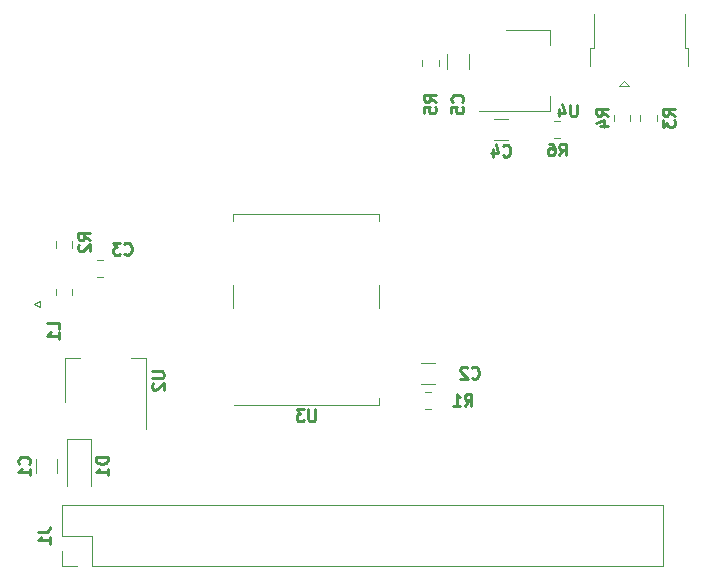
<source format=gbr>
G04 #@! TF.GenerationSoftware,KiCad,Pcbnew,5.1.5*
G04 #@! TF.CreationDate,2020-03-05T23:31:40-08:00*
G04 #@! TF.ProjectId,orangepi-neo-gps,6f72616e-6765-4706-992d-6e656f2d6770,rev?*
G04 #@! TF.SameCoordinates,Original*
G04 #@! TF.FileFunction,Legend,Bot*
G04 #@! TF.FilePolarity,Positive*
%FSLAX46Y46*%
G04 Gerber Fmt 4.6, Leading zero omitted, Abs format (unit mm)*
G04 Created by KiCad (PCBNEW 5.1.5) date 2020-03-05 23:31:40*
%MOMM*%
%LPD*%
G04 APERTURE LIST*
%ADD10C,0.120000*%
%ADD11C,0.250000*%
G04 APERTURE END LIST*
D10*
X31840000Y-62647936D02*
X31840000Y-63852064D01*
X33660000Y-62647936D02*
X33660000Y-63852064D01*
X64497936Y-54490000D02*
X65702064Y-54490000D01*
X64497936Y-56310000D02*
X65702064Y-56310000D01*
X37038748Y-47210000D02*
X37561252Y-47210000D01*
X37038748Y-45790000D02*
X37561252Y-45790000D01*
X71852064Y-33840000D02*
X70647936Y-33840000D01*
X71852064Y-35660000D02*
X70647936Y-35660000D01*
X68510000Y-28397936D02*
X68510000Y-29602064D01*
X66690000Y-28397936D02*
X66690000Y-29602064D01*
X34500000Y-61000000D02*
X36500000Y-61000000D01*
X36500000Y-61000000D02*
X36500000Y-64900000D01*
X34500000Y-61000000D02*
X34500000Y-64900000D01*
X34045000Y-66552000D02*
X34045000Y-69152000D01*
X34045000Y-66552000D02*
X84965000Y-66552000D01*
X84965000Y-66552000D02*
X84965000Y-71752000D01*
X36645000Y-71752000D02*
X84965000Y-71752000D01*
X36645000Y-69152000D02*
X36645000Y-71752000D01*
X34045000Y-69152000D02*
X36645000Y-69152000D01*
X34045000Y-71752000D02*
X35375000Y-71752000D01*
X34045000Y-70422000D02*
X34045000Y-71752000D01*
X78825000Y-27815000D02*
X78825000Y-29365000D01*
X78825000Y-27815000D02*
X79125000Y-27815000D01*
X79125000Y-25015000D02*
X79125000Y-27815000D01*
X87125000Y-27815000D02*
X87125000Y-29365000D01*
X86825000Y-27815000D02*
X87125000Y-27815000D01*
X86825000Y-25015000D02*
X86825000Y-27815000D01*
X82075000Y-31065000D02*
X81675000Y-30615000D01*
X81275000Y-31065000D02*
X82075000Y-31065000D01*
X81675000Y-30615000D02*
X81275000Y-31065000D01*
X32250000Y-49250000D02*
X31750000Y-49500000D01*
X32250000Y-49750000D02*
X32250000Y-49250000D01*
X31750000Y-49500000D02*
X32250000Y-49750000D01*
X33540000Y-48238748D02*
X33540000Y-48761252D01*
X34960000Y-48238748D02*
X34960000Y-48761252D01*
X65361252Y-58410000D02*
X64838748Y-58410000D01*
X65361252Y-56990000D02*
X64838748Y-56990000D01*
X33540000Y-44238748D02*
X33540000Y-44761252D01*
X34960000Y-44238748D02*
X34960000Y-44761252D01*
X83040000Y-33488748D02*
X83040000Y-34011252D01*
X84460000Y-33488748D02*
X84460000Y-34011252D01*
X82210000Y-33488748D02*
X82210000Y-34011252D01*
X80790000Y-33488748D02*
X80790000Y-34011252D01*
X66010000Y-28838748D02*
X66010000Y-29361252D01*
X64590000Y-28838748D02*
X64590000Y-29361252D01*
X76261252Y-34040000D02*
X75738748Y-34040000D01*
X76261252Y-35460000D02*
X75738748Y-35460000D01*
X41160000Y-60100000D02*
X41160000Y-54090000D01*
X34340000Y-57850000D02*
X34340000Y-54090000D01*
X41160000Y-54090000D02*
X39900000Y-54090000D01*
X34340000Y-54090000D02*
X35600000Y-54090000D01*
X48540000Y-49900000D02*
X48540000Y-47900000D01*
X60960000Y-49900000D02*
X60960000Y-47900000D01*
X48540000Y-41890000D02*
X60960000Y-41890000D01*
X48650000Y-58110000D02*
X60960000Y-58110000D01*
X48540000Y-42500000D02*
X48540000Y-41890000D01*
X60960000Y-58110000D02*
X60960000Y-57500000D01*
X60960000Y-42500000D02*
X60960000Y-41900000D01*
X75410000Y-26340000D02*
X75410000Y-27600000D01*
X75410000Y-33160000D02*
X75410000Y-31900000D01*
X71650000Y-26340000D02*
X75410000Y-26340000D01*
X69400000Y-33160000D02*
X75410000Y-33160000D01*
D11*
X31287142Y-63083333D02*
X31334761Y-63035714D01*
X31382380Y-62892857D01*
X31382380Y-62797619D01*
X31334761Y-62654761D01*
X31239523Y-62559523D01*
X31144285Y-62511904D01*
X30953809Y-62464285D01*
X30810952Y-62464285D01*
X30620476Y-62511904D01*
X30525238Y-62559523D01*
X30430000Y-62654761D01*
X30382380Y-62797619D01*
X30382380Y-62892857D01*
X30430000Y-63035714D01*
X30477619Y-63083333D01*
X31382380Y-64035714D02*
X31382380Y-63464285D01*
X31382380Y-63750000D02*
X30382380Y-63750000D01*
X30525238Y-63654761D01*
X30620476Y-63559523D01*
X30668095Y-63464285D01*
X68766666Y-55757142D02*
X68814285Y-55804761D01*
X68957142Y-55852380D01*
X69052380Y-55852380D01*
X69195238Y-55804761D01*
X69290476Y-55709523D01*
X69338095Y-55614285D01*
X69385714Y-55423809D01*
X69385714Y-55280952D01*
X69338095Y-55090476D01*
X69290476Y-54995238D01*
X69195238Y-54900000D01*
X69052380Y-54852380D01*
X68957142Y-54852380D01*
X68814285Y-54900000D01*
X68766666Y-54947619D01*
X68385714Y-54947619D02*
X68338095Y-54900000D01*
X68242857Y-54852380D01*
X68004761Y-54852380D01*
X67909523Y-54900000D01*
X67861904Y-54947619D01*
X67814285Y-55042857D01*
X67814285Y-55138095D01*
X67861904Y-55280952D01*
X68433333Y-55852380D01*
X67814285Y-55852380D01*
X39366666Y-45257142D02*
X39414285Y-45304761D01*
X39557142Y-45352380D01*
X39652380Y-45352380D01*
X39795238Y-45304761D01*
X39890476Y-45209523D01*
X39938095Y-45114285D01*
X39985714Y-44923809D01*
X39985714Y-44780952D01*
X39938095Y-44590476D01*
X39890476Y-44495238D01*
X39795238Y-44400000D01*
X39652380Y-44352380D01*
X39557142Y-44352380D01*
X39414285Y-44400000D01*
X39366666Y-44447619D01*
X39033333Y-44352380D02*
X38414285Y-44352380D01*
X38747619Y-44733333D01*
X38604761Y-44733333D01*
X38509523Y-44780952D01*
X38461904Y-44828571D01*
X38414285Y-44923809D01*
X38414285Y-45161904D01*
X38461904Y-45257142D01*
X38509523Y-45304761D01*
X38604761Y-45352380D01*
X38890476Y-45352380D01*
X38985714Y-45304761D01*
X39033333Y-45257142D01*
X71416666Y-36957142D02*
X71464285Y-37004761D01*
X71607142Y-37052380D01*
X71702380Y-37052380D01*
X71845238Y-37004761D01*
X71940476Y-36909523D01*
X71988095Y-36814285D01*
X72035714Y-36623809D01*
X72035714Y-36480952D01*
X71988095Y-36290476D01*
X71940476Y-36195238D01*
X71845238Y-36100000D01*
X71702380Y-36052380D01*
X71607142Y-36052380D01*
X71464285Y-36100000D01*
X71416666Y-36147619D01*
X70559523Y-36385714D02*
X70559523Y-37052380D01*
X70797619Y-36004761D02*
X71035714Y-36719047D01*
X70416666Y-36719047D01*
X67957142Y-32433333D02*
X68004761Y-32385714D01*
X68052380Y-32242857D01*
X68052380Y-32147619D01*
X68004761Y-32004761D01*
X67909523Y-31909523D01*
X67814285Y-31861904D01*
X67623809Y-31814285D01*
X67480952Y-31814285D01*
X67290476Y-31861904D01*
X67195238Y-31909523D01*
X67100000Y-32004761D01*
X67052380Y-32147619D01*
X67052380Y-32242857D01*
X67100000Y-32385714D01*
X67147619Y-32433333D01*
X67052380Y-33338095D02*
X67052380Y-32861904D01*
X67528571Y-32814285D01*
X67480952Y-32861904D01*
X67433333Y-32957142D01*
X67433333Y-33195238D01*
X67480952Y-33290476D01*
X67528571Y-33338095D01*
X67623809Y-33385714D01*
X67861904Y-33385714D01*
X67957142Y-33338095D01*
X68004761Y-33290476D01*
X68052380Y-33195238D01*
X68052380Y-32957142D01*
X68004761Y-32861904D01*
X67957142Y-32814285D01*
X37952380Y-62511904D02*
X36952380Y-62511904D01*
X36952380Y-62750000D01*
X37000000Y-62892857D01*
X37095238Y-62988095D01*
X37190476Y-63035714D01*
X37380952Y-63083333D01*
X37523809Y-63083333D01*
X37714285Y-63035714D01*
X37809523Y-62988095D01*
X37904761Y-62892857D01*
X37952380Y-62750000D01*
X37952380Y-62511904D01*
X37952380Y-64035714D02*
X37952380Y-63464285D01*
X37952380Y-63750000D02*
X36952380Y-63750000D01*
X37095238Y-63654761D01*
X37190476Y-63559523D01*
X37238095Y-63464285D01*
X32057380Y-68818666D02*
X32771666Y-68818666D01*
X32914523Y-68771047D01*
X33009761Y-68675809D01*
X33057380Y-68532952D01*
X33057380Y-68437714D01*
X33057380Y-69818666D02*
X33057380Y-69247238D01*
X33057380Y-69532952D02*
X32057380Y-69532952D01*
X32200238Y-69437714D01*
X32295476Y-69342476D01*
X32343095Y-69247238D01*
X33852380Y-51633333D02*
X33852380Y-51157142D01*
X32852380Y-51157142D01*
X33852380Y-52490476D02*
X33852380Y-51919047D01*
X33852380Y-52204761D02*
X32852380Y-52204761D01*
X32995238Y-52109523D01*
X33090476Y-52014285D01*
X33138095Y-51919047D01*
X68166666Y-58152380D02*
X68500000Y-57676190D01*
X68738095Y-58152380D02*
X68738095Y-57152380D01*
X68357142Y-57152380D01*
X68261904Y-57200000D01*
X68214285Y-57247619D01*
X68166666Y-57342857D01*
X68166666Y-57485714D01*
X68214285Y-57580952D01*
X68261904Y-57628571D01*
X68357142Y-57676190D01*
X68738095Y-57676190D01*
X67214285Y-58152380D02*
X67785714Y-58152380D01*
X67500000Y-58152380D02*
X67500000Y-57152380D01*
X67595238Y-57295238D01*
X67690476Y-57390476D01*
X67785714Y-57438095D01*
X36452380Y-44133333D02*
X35976190Y-43800000D01*
X36452380Y-43561904D02*
X35452380Y-43561904D01*
X35452380Y-43942857D01*
X35500000Y-44038095D01*
X35547619Y-44085714D01*
X35642857Y-44133333D01*
X35785714Y-44133333D01*
X35880952Y-44085714D01*
X35928571Y-44038095D01*
X35976190Y-43942857D01*
X35976190Y-43561904D01*
X35547619Y-44514285D02*
X35500000Y-44561904D01*
X35452380Y-44657142D01*
X35452380Y-44895238D01*
X35500000Y-44990476D01*
X35547619Y-45038095D01*
X35642857Y-45085714D01*
X35738095Y-45085714D01*
X35880952Y-45038095D01*
X36452380Y-44466666D01*
X36452380Y-45085714D01*
X85952380Y-33583333D02*
X85476190Y-33250000D01*
X85952380Y-33011904D02*
X84952380Y-33011904D01*
X84952380Y-33392857D01*
X85000000Y-33488095D01*
X85047619Y-33535714D01*
X85142857Y-33583333D01*
X85285714Y-33583333D01*
X85380952Y-33535714D01*
X85428571Y-33488095D01*
X85476190Y-33392857D01*
X85476190Y-33011904D01*
X84952380Y-33916666D02*
X84952380Y-34535714D01*
X85333333Y-34202380D01*
X85333333Y-34345238D01*
X85380952Y-34440476D01*
X85428571Y-34488095D01*
X85523809Y-34535714D01*
X85761904Y-34535714D01*
X85857142Y-34488095D01*
X85904761Y-34440476D01*
X85952380Y-34345238D01*
X85952380Y-34059523D01*
X85904761Y-33964285D01*
X85857142Y-33916666D01*
X80302380Y-33583333D02*
X79826190Y-33250000D01*
X80302380Y-33011904D02*
X79302380Y-33011904D01*
X79302380Y-33392857D01*
X79350000Y-33488095D01*
X79397619Y-33535714D01*
X79492857Y-33583333D01*
X79635714Y-33583333D01*
X79730952Y-33535714D01*
X79778571Y-33488095D01*
X79826190Y-33392857D01*
X79826190Y-33011904D01*
X79635714Y-34440476D02*
X80302380Y-34440476D01*
X79254761Y-34202380D02*
X79969047Y-33964285D01*
X79969047Y-34583333D01*
X65752380Y-32433333D02*
X65276190Y-32100000D01*
X65752380Y-31861904D02*
X64752380Y-31861904D01*
X64752380Y-32242857D01*
X64800000Y-32338095D01*
X64847619Y-32385714D01*
X64942857Y-32433333D01*
X65085714Y-32433333D01*
X65180952Y-32385714D01*
X65228571Y-32338095D01*
X65276190Y-32242857D01*
X65276190Y-31861904D01*
X64752380Y-33338095D02*
X64752380Y-32861904D01*
X65228571Y-32814285D01*
X65180952Y-32861904D01*
X65133333Y-32957142D01*
X65133333Y-33195238D01*
X65180952Y-33290476D01*
X65228571Y-33338095D01*
X65323809Y-33385714D01*
X65561904Y-33385714D01*
X65657142Y-33338095D01*
X65704761Y-33290476D01*
X65752380Y-33195238D01*
X65752380Y-32957142D01*
X65704761Y-32861904D01*
X65657142Y-32814285D01*
X76166666Y-36952380D02*
X76500000Y-36476190D01*
X76738095Y-36952380D02*
X76738095Y-35952380D01*
X76357142Y-35952380D01*
X76261904Y-36000000D01*
X76214285Y-36047619D01*
X76166666Y-36142857D01*
X76166666Y-36285714D01*
X76214285Y-36380952D01*
X76261904Y-36428571D01*
X76357142Y-36476190D01*
X76738095Y-36476190D01*
X75309523Y-35952380D02*
X75500000Y-35952380D01*
X75595238Y-36000000D01*
X75642857Y-36047619D01*
X75738095Y-36190476D01*
X75785714Y-36380952D01*
X75785714Y-36761904D01*
X75738095Y-36857142D01*
X75690476Y-36904761D01*
X75595238Y-36952380D01*
X75404761Y-36952380D01*
X75309523Y-36904761D01*
X75261904Y-36857142D01*
X75214285Y-36761904D01*
X75214285Y-36523809D01*
X75261904Y-36428571D01*
X75309523Y-36380952D01*
X75404761Y-36333333D01*
X75595238Y-36333333D01*
X75690476Y-36380952D01*
X75738095Y-36428571D01*
X75785714Y-36523809D01*
X41702380Y-55238095D02*
X42511904Y-55238095D01*
X42607142Y-55285714D01*
X42654761Y-55333333D01*
X42702380Y-55428571D01*
X42702380Y-55619047D01*
X42654761Y-55714285D01*
X42607142Y-55761904D01*
X42511904Y-55809523D01*
X41702380Y-55809523D01*
X41797619Y-56238095D02*
X41750000Y-56285714D01*
X41702380Y-56380952D01*
X41702380Y-56619047D01*
X41750000Y-56714285D01*
X41797619Y-56761904D01*
X41892857Y-56809523D01*
X41988095Y-56809523D01*
X42130952Y-56761904D01*
X42702380Y-56190476D01*
X42702380Y-56809523D01*
X55511904Y-58452380D02*
X55511904Y-59261904D01*
X55464285Y-59357142D01*
X55416666Y-59404761D01*
X55321428Y-59452380D01*
X55130952Y-59452380D01*
X55035714Y-59404761D01*
X54988095Y-59357142D01*
X54940476Y-59261904D01*
X54940476Y-58452380D01*
X54559523Y-58452380D02*
X53940476Y-58452380D01*
X54273809Y-58833333D01*
X54130952Y-58833333D01*
X54035714Y-58880952D01*
X53988095Y-58928571D01*
X53940476Y-59023809D01*
X53940476Y-59261904D01*
X53988095Y-59357142D01*
X54035714Y-59404761D01*
X54130952Y-59452380D01*
X54416666Y-59452380D01*
X54511904Y-59404761D01*
X54559523Y-59357142D01*
X77661904Y-32652380D02*
X77661904Y-33461904D01*
X77614285Y-33557142D01*
X77566666Y-33604761D01*
X77471428Y-33652380D01*
X77280952Y-33652380D01*
X77185714Y-33604761D01*
X77138095Y-33557142D01*
X77090476Y-33461904D01*
X77090476Y-32652380D01*
X76185714Y-32985714D02*
X76185714Y-33652380D01*
X76423809Y-32604761D02*
X76661904Y-33319047D01*
X76042857Y-33319047D01*
M02*

</source>
